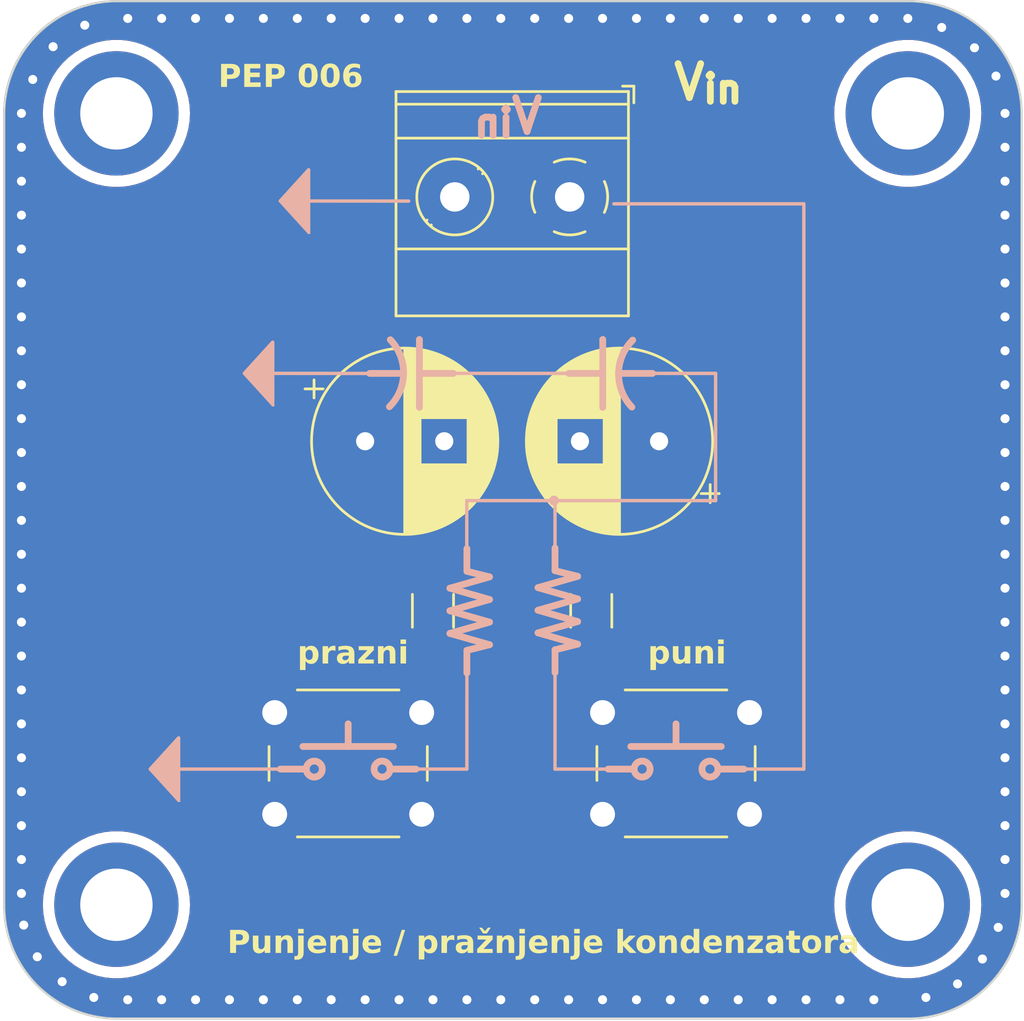
<source format=kicad_pcb>
(kicad_pcb (version 20240108) (generator "pcbnew") (generator_version "8.0")
  (layers (0 "F.Cu" signal) (31 "B.Cu" signal) (34 "B.Paste" user) (35 "F.Paste" user) (36 "B.SilkS" user "B.Silkscreen") (37 "F.SilkS" user "F.Silkscreen") (38 "B.Mask" user) (39 "F.Mask" user) (44 "Edge.Cuts" user))
  (net 0 "")
  (net 1 "0")
  (net 2 "Net-(C1-Pad2)")
  (net 3 "Output voltage")
  (net 4 "Input voltage")
  (net 5 "Net-(R1-Pad1)")
  (net 6 "Net-(R6-Pad1)")
  (footprint "Capacitor_THT:CP_Radial_D8.0mm_P3.50mm" (layer "F.Cu") (at 133 80.5 180)
    (property "Reference" "C1" (hide yes))
    (property "Value" "100u")
    (pad "1" thru_hole rect (at 0 0 180) (size 1.6 1.6) (drill 0.8) (layers "*.Cu" "*.Mask") (net 3 "Output voltage"))
    (pad "2" thru_hole circle (at 3.5 0 180) (size 1.6 1.6) (drill 0.8) (layers "*.Cu" "*.Mask") (net 2 "Net-(C1-Pad2)"))
  )
  (footprint "MountingHole:MountingHole_3.2mm_M3_ISO14580_Pad_TopBottom" (layer "F.Cu") (at 144 66)
    (property "Reference" "H3" (hide yes))
    (property "Value" "MountingHole")
    (pad "1" thru_hole circle (at 0 0) (size 3.6 3.6) (drill 3.2) (layers "*.Cu" "*.Mask"))
    (pad "1" connect circle (at 0 0) (size 5.5 5.5) (layers "F.Cu" "F.Mask"))
    (pad "1" connect circle (at 0 0) (size 5.5 5.5) (layers "B.Cu" "B.Mask"))
  )
  (footprint "Resistor_SMD:R_1206_3216Metric_Pad1.30x1.75mm_HandSolder" (layer "F.Cu") (at 123 88 90)
    (property "Reference" "R6" (hide yes))
    (property "Value" "100k" (hide yes))
    (pad "1" smd roundrect (at -1.55 0 90) (size 1.3 1.75) (layers "F.Cu" "F.Paste" "F.Mask") (roundrect_rratio 0.192308) (net 6 "Net-(R6-Pad1)"))
    (pad "2" smd roundrect (at 1.55 0 90) (size 1.3 1.75) (layers "F.Cu" "F.Paste" "F.Mask") (roundrect_rratio 0.192308) (net 3 "Output voltage"))
  )
  (footprint "Resistor_SMD:R_1206_3216Metric_Pad1.30x1.75mm_HandSolder" (layer "F.Cu") (at 130 88 90)
    (property "Reference" "R1" (hide yes))
    (property "Value" "100k" (hide yes))
    (pad "1" smd roundrect (at -1.55 0 90) (size 1.3 1.75) (layers "F.Cu" "F.Paste" "F.Mask") (roundrect_rratio 0.192308) (net 5 "Net-(R1-Pad1)"))
    (pad "2" smd roundrect (at 1.55 0 90) (size 1.3 1.75) (layers "F.Cu" "F.Paste" "F.Mask") (roundrect_rratio 0.192308) (net 3 "Output voltage"))
  )
  (footprint "MountingHole:MountingHole_3.2mm_M3_ISO14580_Pad_TopBottom" (layer "F.Cu") (at 144 101)
    (property "Reference" "H4" (hide yes))
    (property "Value" "MountingHole")
    (pad "1" thru_hole circle (at 0 0) (size 3.6 3.6) (drill 3.2) (layers "*.Cu" "*.Mask"))
    (pad "1" connect circle (at 0 0) (size 5.5 5.5) (layers "F.Cu" "F.Mask"))
    (pad "1" connect circle (at 0 0) (size 5.5 5.5) (layers "B.Cu" "B.Mask"))
  )
  (footprint "Button_Switch_THT:SW_PUSH_6mm_H4.3mm" (layer "F.Cu") (at 122.5 97 180)
    (property "Reference" "SW2" (hide yes))
    (property "Value" "SW_Push" (hide yes))
    (pad "1" thru_hole circle (at 0 0 270) (size 2 2) (drill 1.1) (layers "*.Cu" "*.Mask") (net 1 "0"))
    (pad "1" thru_hole circle (at 6.5 0 270) (size 2 2) (drill 1.1) (layers "*.Cu" "*.Mask") (net 1 "0"))
    (pad "2" thru_hole circle (at 0 4.5 270) (size 2 2) (drill 1.1) (layers "*.Cu" "*.Mask") (net 6 "Net-(R6-Pad1)"))
    (pad "2" thru_hole circle (at 6.5 4.5 270) (size 2 2) (drill 1.1) (layers "*.Cu" "*.Mask") (net 6 "Net-(R6-Pad1)"))
  )
  (footprint "Capacitor_THT:CP_Radial_D8.0mm_P3.50mm" (layer "F.Cu") (at 120 80.5)
    (property "Reference" "C2" (hide yes))
    (property "Value" "100u")
    (pad "1" thru_hole rect (at 0 0) (size 1.6 1.6) (drill 0.8) (layers "*.Cu" "*.Mask") (net 1 "0"))
    (pad "2" thru_hole circle (at 3.5 0) (size 1.6 1.6) (drill 0.8) (layers "*.Cu" "*.Mask") (net 2 "Net-(C1-Pad2)"))
  )
  (footprint "TerminalBlock_Phoenix:TerminalBlock_Phoenix_MKDS-1,5-2-5.08_1x02_P5.08mm_Horizontal" (layer "F.Cu") (at 129.045 69.695 180)
    (property "Reference" "J2" (hide yes))
    (property "Value" "Screw_Terminal_01x02")
    (pad "1" thru_hole rect (at 0 0 180) (size 2.6 2.6) (drill 1.3) (layers "*.Cu" "*.Mask") (net 4 "Input voltage"))
    (pad "2" thru_hole circle (at 5.08 0 180) (size 2.6 2.6) (drill 1.3) (layers "*.Cu" "*.Mask") (net 1 "0"))
  )
  (footprint "MountingHole:MountingHole_3.2mm_M3_ISO14580_Pad_TopBottom" (layer "F.Cu") (at 109 66)
    (property "Reference" "H2" (hide yes))
    (property "Value" "MountingHole")
    (pad "1" thru_hole circle (at 0 0) (size 3.6 3.6) (drill 3.2) (layers "*.Cu" "*.Mask"))
    (pad "1" connect circle (at 0 0) (size 5.5 5.5) (layers "F.Cu" "F.Mask"))
    (pad "1" connect circle (at 0 0) (size 5.5 5.5) (layers "B.Cu" "B.Mask"))
  )
  (footprint "Button_Switch_THT:SW_PUSH_6mm_H4.3mm" (layer "F.Cu") (at 137 97 180)
    (property "Reference" "SW1" (hide yes))
    (property "Value" "SW_Push" (hide yes))
    (pad "1" thru_hole circle (at 0 0 270) (size 2 2) (drill 1.1) (layers "*.Cu" "*.Mask") (net 4 "Input voltage"))
    (pad "1" thru_hole circle (at 6.5 0 270) (size 2 2) (drill 1.1) (layers "*.Cu" "*.Mask") (net 4 "Input voltage"))
    (pad "2" thru_hole circle (at 0 4.5 270) (size 2 2) (drill 1.1) (layers "*.Cu" "*.Mask") (net 5 "Net-(R1-Pad1)"))
    (pad "2" thru_hole circle (at 6.5 4.5 270) (size 2 2) (drill 1.1) (layers "*.Cu" "*.Mask") (net 5 "Net-(R1-Pad1)"))
  )
  (footprint "MountingHole:MountingHole_3.2mm_M3_ISO14580_Pad_TopBottom" (layer "F.Cu") (at 109 101 -90)
    (property "Reference" "H1" (hide yes))
    (property "Value" "MountingHole")
    (pad "1" thru_hole circle (at 0 0 270) (size 3.6 3.6) (drill 3.2) (layers "*.Cu" "*.Mask"))
    (pad "1" connect circle (at 0 0 270) (size 5.5 5.5) (layers "F.Cu" "F.Mask"))
    (pad "1" connect circle (at 0 0 270) (size 5.5 5.5) (layers "B.Cu" "B.Mask"))
  )
  (gr_line (start 130.509 79) (end 130.509 76) (stroke (width 0.3)) (layer "B.SilkS"))
  (gr_line (start 124.5 90.75) (end 124.5 89.75) (stroke (width 0.3)) (layer "B.SilkS"))
  (gr_line (start 135.603555 94.999997) (end 136.75 94.999997) (stroke (width 0.3)) (layer "B.SilkS"))
  (gr_line (start 121.926018 69.87862) (end 117.25 69.875) (stroke (width 0.15)) (layer "B.SilkS"))
  (gr_line (start 123.75 89) (end 125.5 88.5) (stroke (width 0.3)) (layer "B.SilkS"))
  (gr_line (start 139.402115 95) (end 136.15 94.999997) (stroke (width 0.15)) (layer "B.SilkS"))
  (gr_line (start 132.709 77.5) (end 131.209 77.5) (stroke (width 0.3)) (layer "B.SilkS"))
  (gr_line (start 129.397886 86.475) (end 128.397886 86.225) (stroke (width 0.3)) (layer "B.SilkS"))
  (gr_line (start 122.5 77.5) (end 123.9 77.5) (stroke (width 0.3)) (layer "B.SilkS"))
  (gr_circle (center 120.75 94.999997) (end 120.5 95.25) (stroke (width 0.3)) (fill none) (layer "B.SilkS"))
  (gr_line (start 111.75 93.625) (end 110.5 95) (stroke (width 0.15)) (layer "B.SilkS"))
  (gr_line (start 127.647886 88.975) (end 129.397886 88.475) (stroke (width 0.3)) (layer "B.SilkS"))
  (gr_line (start 123.75 87) (end 125.5 86.5) (stroke (width 0.3)) (layer "B.SilkS"))
  (gr_line (start 139.402115 70) (end 139.402115 95) (stroke (width 0.15)) (layer "B.SilkS"))
  (gr_line (start 128.397886 83.125) (end 128.397886 86.225) (stroke (width 0.15)) (layer "B.SilkS"))
  (gr_line (start 133.75 93) (end 133.75 94) (stroke (width 0.3)) (layer "B.SilkS"))
  (gr_circle (center 135.25 94.999997) (end 135 95.25) (stroke (width 0.3)) (fill none) (layer "B.SilkS"))
  (gr_line (start 128.397886 90.725) (end 128.397886 89.725) (stroke (width 0.3)) (layer "B.SilkS"))
  (gr_line (start 135.5 77.5) (end 132.826495 77.499095) (stroke (width 0.15)) (layer "B.SilkS"))
  (gr_poly (pts (xy 117.5 71.25) (xy 117.5 68.5) (xy 116.25 69.875)) (stroke (width 0.15)) (fill solid) (layer "B.SilkS"))
  (gr_line (start 131.896447 94.999997) (end 130.75 95) (stroke (width 0.3)) (layer "B.SilkS"))
  (gr_line (start 117.396447 94.999997) (end 116.25 95) (stroke (width 0.3)) (layer "B.SilkS"))
  (gr_line (start 131.75 94) (end 135.75 94) (stroke (width 0.3)) (layer "B.SilkS"))
  (gr_line (start 128.397886 89.725) (end 129.397886 89.475) (stroke (width 0.3)) (layer "B.SilkS"))
  (gr_line (start 125.5 87.5) (end 123.75 87) (stroke (width 0.3)) (layer "B.SilkS"))
  (gr_line (start 129.397886 87.475) (end 127.647886 86.975) (stroke (width 0.3)) (layer "B.SilkS"))
  (gr_line (start 129.397886 89.475) (end 127.647886 88.975) (stroke (width 0.3)) (layer "B.SilkS"))
  (gr_line (start 129.397886 88.475) (end 127.647886 87.975) (stroke (width 0.3)) (layer "B.SilkS"))
  (gr_line (start 135.5 83.125) (end 135.5 77.5) (stroke (width 0.15)) (layer "B.SilkS"))
  (gr_circle (center 132.25 94.999997) (end 132.5 95.249997) (stroke (width 0.3)) (fill none) (layer "B.SilkS"))
  (gr_line (start 124.495771 83.125) (end 135.5 83.125) (stroke (width 0.15)) (layer "B.SilkS"))
  (gr_line (start 122.147886 95) (end 124.5 95) (stroke (width 0.15)) (layer "B.SilkS"))
  (gr_line (start 131 70) (end 139.402115 70) (stroke (width 0.15)) (layer "B.SilkS"))
  (gr_line (start 122.4 76) (end 122.4 79) (stroke (width 0.3)) (layer "B.SilkS"))
  (gr_line (start 128.397886 95) (end 128.397886 89.725) (stroke (width 0.15)) (layer "B.SilkS"))
  (gr_line (start 120.2 77.5) (end 121.7 77.5) (stroke (width 0.3)) (layer "B.SilkS"))
  (gr_line (start 121.103555 94.999997) (end 122.25 94.999997) (stroke (width 0.3)) (layer "B.SilkS"))
  (gr_line (start 128.397886 86.225) (end 128.397886 85.225) (stroke (width 0.3)) (layer "B.SilkS"))
  (gr_line (start 128.397886 95) (end 130.75 95) (stroke (width 0.15)) (layer "B.SilkS"))
  (gr_poly (pts (xy 115.911991 78.87319) (xy 115.911991 76.12319) (xy 114.661991 77.49819)) (stroke (width 0.15)) (fill solid) (layer "B.SilkS"))
  (gr_line (start 130.409 77.5) (end 129.009 77.5) (stroke (width 0.3)) (layer "B.SilkS"))
  (gr_poly (pts (xy 111.75 96.375) (xy 111.75 93.625) (xy 110.5 95)) (stroke (width 0.15)) (fill solid) (layer "B.SilkS"))
  (gr_line (start 124.5 86.25) (end 124.5 85.25) (stroke (width 0.3)) (layer "B.SilkS"))
  (gr_arc (start 121.113592 76.01167) (mid 121.7 77.5) (end 121.074703 78.972415) (stroke (width 0.3)) (layer "B.SilkS"))
  (gr_line (start 117.5 68.5) (end 116.25 69.875) (stroke (width 0.15)) (layer "B.SilkS"))
  (gr_line (start 117.25 94) (end 121.25 94) (stroke (width 0.3)) (layer "B.SilkS"))
  (gr_circle (center 117.75 94.999997) (end 118 95.249997) (stroke (width 0.3)) (fill none) (layer "B.SilkS"))
  (gr_line (start 125.5 88.5) (end 123.75 88) (stroke (width 0.3)) (layer "B.SilkS"))
  (gr_line (start 123.75 88) (end 125.5 87.5) (stroke (width 0.3)) (layer "B.SilkS"))
  (gr_line (start 125.5 86.5) (end 124.5 86.25) (stroke (width 0.3)) (layer "B.SilkS"))
  (gr_line (start 124.495771 83.125) (end 124.495771 85.925) (stroke (width 0.15)) (layer "B.SilkS"))
  (gr_circle (center 128.352111 83.125) (end 128.227111 83.05) (stroke (width 0.15)) (fill none) (layer "B.SilkS"))
  (gr_line (start 124.5 89.75) (end 125.5 89.5) (stroke (width 0.3)) (layer "B.SilkS"))
  (gr_line (start 116.25 95) (end 111.5 95) (stroke (width 0.15)) (layer "B.SilkS"))
  (gr_line (start 120.338009 77.50181) (end 115.661991 77.49819) (stroke (width 0.15)) (layer "B.SilkS"))
  (gr_line (start 119.25 93) (end 119.25 94) (stroke (width 0.3)) (layer "B.SilkS"))
  (gr_line (start 115.911991 76.12319) (end 114.661991 77.49819) (stroke (width 0.15)) (layer "B.SilkS"))
  (gr_line (start 124.50181 90.661991) (end 124.5 95) (stroke (width 0.15)) (layer "B.SilkS"))
  (gr_line (start 125.5 89.5) (end 123.75 89) (stroke (width 0.3)) (layer "B.SilkS"))
  (gr_line (start 127.647886 87.975) (end 129.397886 87.475) (stroke (width 0.3)) (layer "B.SilkS"))
  (gr_line (start 129.009 77.5) (end 123.661991 77.49819) (stroke (width 0.15)) (layer "B.SilkS"))
  (gr_line (start 127.647886 86.975) (end 129.397886 86.475) (stroke (width 0.3)) (layer "B.SilkS"))
  (gr_arc (start 131.795408 78.98833) (mid 131.209 77.5) (end 131.834297 76.027585) (stroke (width 0.3)) (layer "B.SilkS"))
  (gr_line (start 104.035533 66.035533) (end 104.035533 101.035533) (stroke (width 0.1)) (layer "Edge.Cuts"))
  (gr_arc (start 149.035533 101.035533) (mid 147.571066 104.571066) (end 144.035533 106.035533) (stroke (width 0.1)) (layer "Edge.Cuts"))
  (gr_line (start 144.035535 61.035533) (end 109.035533 61.035533) (stroke (width 0.1)) (layer "Edge.Cuts"))
  (gr_arc (start 104.035533 66.035533) (mid 105.499999 62.499999) (end 109.035533 61.035533) (stroke (width 0.1)) (layer "Edge.Cuts"))
  (gr_line (start 149.035533 101.035533) (end 149.035531 66.035533) (stroke (width 0.1)) (layer "Edge.Cuts"))
  (gr_arc (start 144.035533 61.035533) (mid 147.571064 62.5) (end 149.035531 66.035533) (stroke (width 0.1)) (layer "Edge.Cuts"))
  (gr_arc (start 109.035533 106.035533) (mid 105.499999 104.571067) (end 104.035533 101.035533) (stroke (width 0.1)) (layer "Edge.Cuts"))
  (gr_line (start 109.035533 106.035533) (end 144.035533 106.035533) (stroke (width 0.1)) (layer "Edge.Cuts"))
  (gr_text "V_{in}\n" (at 128 67 0) (layer "B.SilkS") (effects (font (size 1.5 1.5) (thickness 0.3) (bold yes)) (justify left bottom mirror)))
  (gr_text "puni" (at 132.5 90.5 0) (layer "F.SilkS") (effects (font (size 1 1) (thickness 0.2) (bold yes)) (justify left bottom)))
  (gr_text "Punjenje / pražnjenje kondenzatora" (at 113.9 103.3 0) (layer "F.SilkS") (effects (font (size 1 1) (thickness 0.2) (bold yes)) (justify left bottom)))
  (gr_text "prazni\n" (at 117 90.5 0) (layer "F.SilkS") (effects (font (size 1 1) (thickness 0.2) (bold yes)) (justify left bottom)))
  (gr_text "V_{in}\n" (at 133.5 65.5 0) (layer "F.SilkS") (effects (font (size 1.5 1.5) (thickness 0.3) (bold yes)) (justify left bottom)))
  (gr_text "PEP 006" (at 113.5 65 0) (layer "F.SilkS") (effects (font (size 1 1) (thickness 0.2) (bold yes)) (justify left bottom)))
  (via (at 148.3 97.5) (size 0.8) (drill 0.4) (layers "F.Cu" "B.Cu") (net 1))
  (via (at 126 105.2) (size 0.8) (drill 0.4) (layers "F.Cu" "B.Cu") (net 1))
  (via (at 148.3 99) (size 0.8) (drill 0.4) (layers "F.Cu" "B.Cu") (net 1))
  (via (at 148.3 67.5) (size 0.8) (drill 0.4) (layers "F.Cu" "B.Cu") (net 1))
  (via (at 104.8 72) (size 0.8) (drill 0.4) (layers "F.Cu" "B.Cu") (net 1))
  (via (at 104.8 76.5) (size 0.8) (drill 0.4) (layers "F.Cu" "B.Cu") (net 1))
  (via (at 104.8 96) (size 0.8) (drill 0.4) (layers "F.Cu" "B.Cu") (net 1))
  (via (at 120 61.8) (size 0.8) (drill 0.4) (layers "F.Cu" "B.Cu") (net 1))
  (via (at 127.5 61.8) (size 0.8) (drill 0.4) (layers "F.Cu" "B.Cu") (net 1))
  (via (at 104.8 84) (size 0.8) (drill 0.4) (layers "F.Cu" "B.Cu") (net 1))
  (via (at 109.5 105.2) (size 0.8) (drill 0.4) (layers "F.Cu" "B.Cu") (net 1))
  (via (at 107.6 62.1) (size 0.8) (drill 0.4) (layers "F.Cu" "B.Cu") (net 1))
  (via (at 120 105.2) (size 0.8) (drill 0.4) (layers "F.Cu" "B.Cu") (net 1))
  (via (at 104.8 97.5) (size 0.8) (drill 0.4) (layers "F.Cu" "B.Cu") (net 1))
  (via (at 144 61.8) (size 0.8) (drill 0.4) (layers "F.Cu" "B.Cu") (net 1))
  (via (at 105.5 103.3) (size 0.8) (drill 0.4) (layers "F.Cu" "B.Cu") (net 1))
  (via (at 148.3 91.5) (size 0.8) (drill 0.4) (layers "F.Cu" "B.Cu") (net 1))
  (via (at 111 61.8) (size 0.8) (drill 0.4) (layers "F.Cu" "B.Cu") (net 1))
  (via (at 124.5 61.8) (size 0.8) (drill 0.4) (layers "F.Cu" "B.Cu") (net 1))
  (via (at 115.5 61.8) (size 0.8) (drill 0.4) (layers "F.Cu" "B.Cu") (net 1))
  (via (at 109.5 61.8) (size 0.8) (drill 0.4) (layers "F.Cu" "B.Cu") (net 1))
  (via (at 146.2 104.5) (size 0.8) (drill 0.4) (layers "F.Cu" "B.Cu") (net 1))
  (via (at 129 61.8) (size 0.8) (drill 0.4) (layers "F.Cu" "B.Cu") (net 1))
  (via (at 114 105.2) (size 0.8) (drill 0.4) (layers "F.Cu" "B.Cu") (net 1))
  (via (at 147.9 64.35) (size 0.8) (drill 0.4) (layers "F.Cu" "B.Cu") (net 1))
  (via (at 112.5 61.8) (size 0.8) (drill 0.4) (layers "F.Cu" "B.Cu") (net 1))
  (via (at 129 105.2) (size 0.8) (drill 0.4) (layers "F.Cu" "B.Cu") (net 1))
  (via (at 148.3 82.5) (size 0.8) (drill 0.4) (layers "F.Cu" "B.Cu") (net 1))
  (via (at 148.3 73.5) (size 0.8) (drill 0.4) (layers "F.Cu" "B.Cu") (net 1))
  (via (at 104.8 90) (size 0.8) (drill 0.4) (layers "F.Cu" "B.Cu") (net 1))
  (via (at 141 61.8) (size 0.8) (drill 0.4) (layers "F.Cu" "B.Cu") (net 1))
  (via (at 132 61.8) (size 0.8) (drill 0.4) (layers "F.Cu" "B.Cu") (net 1))
  (via (at 106.6 104.4) (size 0.8) (drill 0.4) (layers "F.Cu" "B.Cu") (net 1))
  (via (at 104.8 82.5) (size 0.8) (drill 0.4) (layers "F.Cu" "B.Cu") (net 1))
  (via (at 104.8 66) (size 0.8) (drill 0.4) (layers "F.Cu" "B.Cu") (net 1))
  (via (at 118.5 105.2) (size 0.8) (drill 0.4) (layers "F.Cu" "B.Cu") (net 1))
  (via (at 104.8 75) (size 0.8) (drill 0.4) (layers "F.Cu" "B.Cu") (net 1))
  (via (at 104.8 99) (size 0.8) (drill 0.4) (layers "F.Cu" "B.Cu") (net 1))
  (via (at 104.8 79.5) (size 0.8) (drill 0.4) (layers "F.Cu" "B.Cu") (net 1))
  (via (at 130.5 61.8) (size 0.8) (drill 0.4) (layers "F.Cu" "B.Cu") (net 1))
  (via (at 141 105.2) (size 0.8) (drill 0.4) (layers "F.Cu" "B.Cu") (net 1))
  (via (at 142.5 61.8) (size 0.8) (drill 0.4) (layers "F.Cu" "B.Cu") (net 1))
  (via (at 145.5 62.2) (size 0.8) (drill 0.4) (layers "F.Cu" "B.Cu") (net 1))
  (via (at 104.8 67.5) (size 0.8) (drill 0.4) (layers "F.Cu" "B.Cu") (net 1))
  (via (at 148.3 66) (size 0.8) (drill 0.4) (layers "F.Cu" "B.Cu") (net 1))
  (via (at 104.8 70.5) (size 0.8) (drill 0.4) (layers "F.Cu" "B.Cu") (net 1))
  (via (at 118.5 61.8) (size 0.8) (drill 0.4) (layers "F.Cu" "B.Cu") (net 1))
  (via (at 104.8 69) (size 0.8) (drill 0.4) (layers "F.Cu" "B.Cu") (net 1))
  (via (at 148.3 100.5) (size 0.8) (drill 0.4) (layers "F.Cu" "B.Cu") (net 1))
  (via (at 106.2 63.05) (size 0.8) (drill 0.4) (layers "F.Cu" "B.Cu") (net 1))
  (via (at 148.3 79.5) (size 0.8) (drill 0.4) (layers "F.Cu" "B.Cu") (net 1))
  (via (at 121.5 105.2) (size 0.8) (drill 0.4) (layers "F.Cu" "B.Cu") (net 1))
  (via (at 121.5 61.8) (size 0.8) (drill 0.4) (layers "F.Cu" "B.Cu") (net 1))
  (via (at 144.8 105.1) (size 0.8) (drill 0.4) (layers "F.Cu" "B.Cu") (net 1))
  (via (at 104.8 81) (size 0.8) (drill 0.4) (layers "F.Cu" "B.Cu") (net 1))
  (via (at 139.5 61.8) (size 0.8) (drill 0.4) (layers "F.Cu" "B.Cu") (net 1))
  (via (at 148.3 88.5) (size 0.8) (drill 0.4) (layers "F.Cu" "B.Cu") (net 1))
  (via (at 148 102) (size 0.8) (drill 0.4) (layers "F.Cu" "B.Cu") (net 1))
  (via (at 127.5 105.2) (size 0.8) (drill 0.4) (layers "F.Cu" "B.Cu") (net 1))
  (via (at 148.3 81) (size 0.8) (drill 0.4) (layers "F.Cu" "B.Cu") (net 1))
  (via (at 133.5 105.2) (size 0.8) (drill 0.4) (layers "F.Cu" "B.Cu") (net 1))
  (via (at 124.5 105.2) (size 0.8) (drill 0.4) (layers "F.Cu" "B.Cu") (net 1))
  (via (at 148.3 70.5) (size 0.8) (drill 0.4) (layers "F.Cu" "B.Cu") (net 1))
  (via (at 133.5 61.8) (size 0.8) (drill 0.4) (layers "F.Cu" "B.Cu") (net 1))
  (via (at 148.3 84) (size 0.8) (drill 0.4) (layers "F.Cu" "B.Cu") (net 1))
  (via (at 148.3 85.5) (size 0.8) (drill 0.4) (layers "F.Cu" "B.Cu") (net 1))
  (via (at 148.3 93) (size 0.8) (drill 0.4) (layers "F.Cu" "B.Cu") (net 1))
  (via (at 148.3 75) (size 0.8) (drill 0.4) (layers "F.Cu" "B.Cu") (net 1))
  (via (at 147.3 103.4) (size 0.8) (drill 0.4) (layers "F.Cu" "B.Cu") (net 1))
  (via (at 104.8 85.5) (size 0.8) (drill 0.4) (layers "F.Cu" "B.Cu") (net 1))
  (via (at 148.3 72) (size 0.8) (drill 0.4) (layers "F.Cu" "B.Cu") (net 1))
  (via (at 123 61.8) (size 0.8) (drill 0.4) (layers "F.Cu" "B.Cu") (net 1))
  (via (at 139.5 105.2) (size 0.8) (drill 0.4) (layers "F.Cu" "B.Cu") (net 1))
  (via (at 114 61.8) (size 0.8) (drill 0.4) (layers "F.Cu" "B.Cu") (net 1))
  (via (at 115.5 105.2) (size 0.8) (drill 0.4) (layers "F.Cu" "B.Cu") (net 1))
  (via (at 138 61.8) (size 0.8) (drill 0.4) (layers "F.Cu" "B.Cu") (net 1))
  (via (at 117 61.8) (size 0.8) (drill 0.4) (layers "F.Cu" "B.Cu") (net 1))
  (via (at 126 61.8) (size 0.8) (drill 0.4) (layers "F.Cu" "B.Cu") (net 1))
  (via (at 123 105.2) (size 0.8) (drill 0.4) (layers "F.Cu" "B.Cu") (net 1))
  (via (at 142.5 105.2) (size 0.8) (drill 0.4) (layers "F.Cu" "B.Cu") (net 1))
  (via (at 148.3 90) (size 0.8) (drill 0.4) (layers "F.Cu" "B.Cu") (net 1))
  (via (at 105.3 64.5) (size 0.8) (drill 0.4) (layers "F.Cu" "B.Cu") (net 1))
  (via (at 136.5 61.8) (size 0.8) (drill 0.4) (layers "F.Cu" "B.Cu") (net 1))
  (via (at 132 105.2) (size 0.8) (drill 0.4) (layers "F.Cu" "B.Cu") (net 1))
  (via (at 148.3 87) (size 0.8) (drill 0.4) (layers "F.Cu" "B.Cu") (net 1))
  (via (at 135 105.2) (size 0.8) (drill 0.4) (layers "F.Cu" "B.Cu") (net 1))
  (via (at 104.8 73.5) (size 0.8) (drill 0.4) (layers "F.Cu" "B.Cu") (net 1))
  (via (at 104.8 87) (size 0.8) (drill 0.4) (layers "F.Cu" "B.Cu") (net 1))
  (via (at 104.8 78) (size 0.8) (drill 0.4) (layers "F.Cu" "B.Cu") (net 1))
  (via (at 104.9 101.9) (size 0.8) (drill 0.4) (layers "F.Cu" "B.Cu") (net 1))
  (via (at 135 61.8) (size 0.8) (drill 0.4) (layers "F.Cu" "B.Cu") (net 1))
  (via (at 148.3 78) (size 0.8) (drill 0.4) (layers "F.Cu" "B.Cu") (net 1))
  (via (at 104.8 100.5) (size 0.8) (drill 0.4) (layers "F.Cu" "B.Cu") (net 1))
  (via (at 136.5 105.2) (size 0.8) (drill 0.4) (layers "F.Cu" "B.Cu") (net 1))
  (via (at 138 105.2) (size 0.8) (drill 0.4) (layers "F.Cu" "B.Cu") (net 1))
  (via (at 104.8 88.5) (size 0.8) (drill 0.4) (layers "F.Cu" "B.Cu") (net 1))
  (via (at 148.3 94.5) (size 0.8) (drill 0.4) (layers "F.Cu" "B.Cu") (net 1))
  (via (at 146.95 63.1) (size 0.8) (drill 0.4) (layers "F.Cu" "B.Cu") (net 1))
  (via (at 148.3 69) (size 0.8) (drill 0.4) (layers "F.Cu" "B.Cu") (net 1))
  (via (at 148.3 76.5) (size 0.8) (drill 0.4) (layers "F.Cu" "B.Cu") (net 1))
  (via (at 111 105.2) (size 0.8) (drill 0.4) (layers "F.Cu" "B.Cu") (net 1))
  (via (at 130.5 105.2) (size 0.8) (drill 0.4) (layers "F.Cu" "B.Cu") (net 1))
  (via (at 104.8 91.5) (size 0.8) (drill 0.4) (layers "F.Cu" "B.Cu") (net 1))
  (via (at 104.8 93) (size 0.8) (drill 0.4) (layers "F.Cu" "B.Cu") (net 1))
  (via (at 112.5 105.2) (size 0.8) (drill 0.4) (layers "F.Cu" "B.Cu") (net 1))
  (via (at 117 105.2) (size 0.8) (drill 0.4) (layers "F.Cu" "B.Cu") (net 1))
  (via (at 148.3 96) (size 0.8) (drill 0.4) (layers "F.Cu" "B.Cu") (net 1))
  (via (at 108 105.1) (size 0.8) (drill 0.4) (layers "F.Cu" "B.Cu") (net 1))
  (via (at 104.8 94.5) (size 0.8) (drill 0.4) (layers "F.Cu" "B.Cu") (net 1))
  (segment (start 129.5 80.5) (end 123.5 80.5) (width 1) (layer "F.Cu") (net 2))
  (segment (start 130 86.45) (end 133 83.45) (width 1) (layer "F.Cu") (net 3))
  (segment (start 123 86.45) (end 130 86.45) (width 1) (layer "F.Cu") (net 3))
  (segment (start 133 83.45) (end 133 80.5) (width 1) (layer "F.Cu") (net 3))
  (segment (start 139.5 94.5) (end 139.5 80.15) (width 1) (layer "F.Cu") (net 4))
  (segment (start 139.5 80.15) (end 129.045 69.695) (width 1) (layer "F.Cu") (net 4))
  (segment (start 137 97) (end 139.5 94.5) (width 1) (layer "F.Cu") (net 4))
  (segment (start 130.5 97) (end 137 97) (width 1) (layer "F.Cu") (net 4))
  (segment (start 130.5 92.5) (end 137 92.5) (width 1) (layer "F.Cu") (net 5))
  (segment (start 130 92) (end 130.5 92.5) (width 1) (layer "F.Cu") (net 5))
  (segment (start 130 89.55) (end 130 92) (width 1) (layer "F.Cu") (net 5))
  (segment (start 122.5 92.5) (end 123 92) (width 1) (layer "F.Cu") (net 6))
  (segment (start 116 92.5) (end 122.5 92.5) (width 1) (layer "F.Cu") (net 6))
  (segment (start 123 92) (end 123 89.55) (width 1) (layer "F.Cu") (net 6))
  (zone (net 1) (net_name "0") (layer "F.Cu") (priority 1) (connect_pads (clearance 0.5)) (min_thickness 0.25) (fill yes (thermal_gap 0.5) (thermal_bridge_width 0.5))
    (polygon (pts (xy 104 61) (xy 149 61) (xy 149 106) (xy 104 106)))
  )
  (zone (net 1) (net_name "0") (layer "B.Cu") (priority 1) (connect_pads (clearance 0.5)) (min_thickness 0.25) (fill yes (thermal_gap 0.5) (thermal_bridge_width 0.5))
    (polygon (pts (xy 104 61) (xy 149 61) (xy 149 106) (xy 104 106)))
  )
)
</source>
